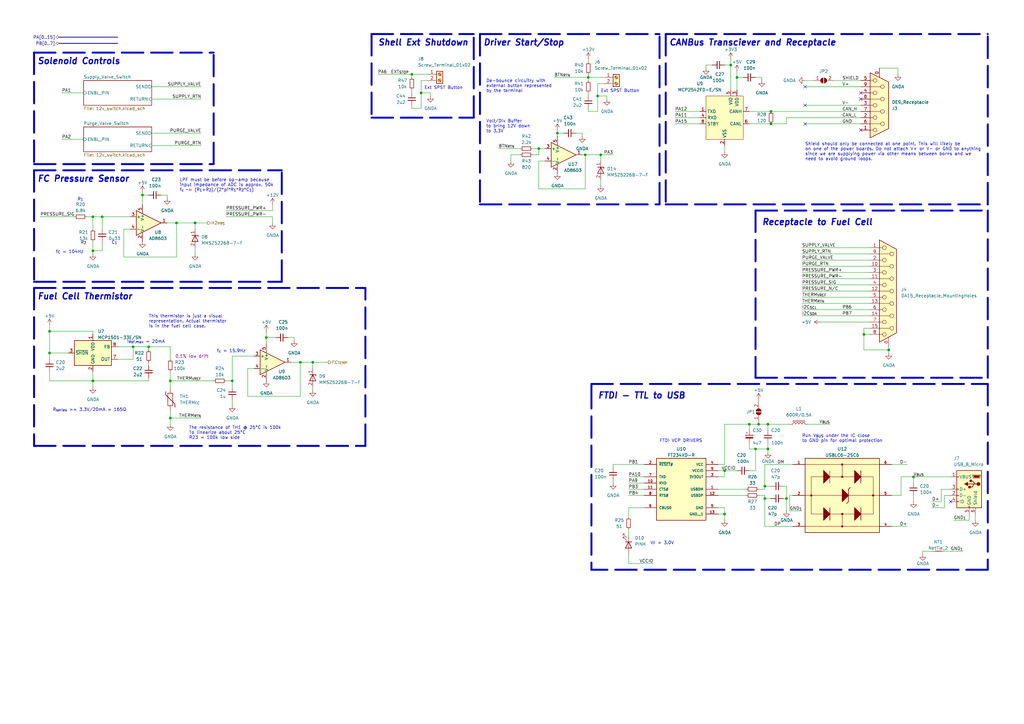
<source format=kicad_sch>
(kicad_sch (version 20231120) (generator "eeschema") (generator_version "8.0")
  (paper "A3")
  (junction (at 374.65 195.58))
  (junction (at 246.38 63.5))
  (junction (at 69.85 156.21))
  (junction (at 228.6 54.61))
  (junction (at 322.58 204.47))
  (junction (at 314.96 184.15))
  (junction (at 123.19 148.59))
  (junction (at 220.98 60.96))
  (junction (at 314.96 173.99))
  (junction (at 297.18 193.04))
  (junction (at 299.72 26.67))
  (junction (at 309.88 184.15))
  (junction (at 20.32 135.89))
  (junction (at 41.91 88.9))
  (junction (at 313.69 199.39))
  (junction (at 313.69 204.47))
  (junction (at 38.1 156.21))
  (junction (at 20.32 144.78))
  (junction (at 241.3 31.75))
  (junction (at 38.1 88.9))
  (junction (at 38.1 102.87))
  (junction (at 307.34 173.99))
  (junction (at 72.39 91.44))
  (junction (at 364.49 143.51))
  (junction (at 60.96 142.24))
  (junction (at 58.42 80.01))
  (junction (at 316.23 50.8))
  (junction (at 128.27 148.59))
  (junction (at 316.23 45.72))
  (junction (at 172.72 38.1))
  (junction (at 311.15 173.99))
  (junction (at 54.61 142.24))
  (junction (at 245.11 39.37))
  (junction (at 354.33 137.16))
  (junction (at 240.03 63.5))
  (junction (at 80.01 91.44))
  (junction (at 95.25 156.21))
  (junction (at 297.18 210.82))
  (junction (at 69.85 171.45))
  (junction (at 302.26 31.75))
  (junction (at 109.22 138.43))
  (junction (at 168.91 30.48))
  (no_connect (at 353.06 53.34))
  (no_connect (at 330.2 43.18))
  (no_connect (at 389.89 205.74))
  (no_connect (at 330.2 35.56))
  (no_connect (at 353.06 38.1))
  (no_connect (at 330.2 50.8))
  (no_connect (at 353.06 40.64))
  (wire (pts (xy 313.69 190.5) (xy 313.69 199.39)))
  (wire (pts (xy 314.96 176.53) (xy 314.96 173.99)))
  (wire (pts (xy 257.81 200.66) (xy 264.16 200.66)))
  (wire (pts (xy 60.96 142.24) (xy 69.85 142.24)))
  (wire (pts (xy 289.56 26.67) (xy 289.56 27.94)))
  (wire (pts (xy 128.27 151.13) (xy 128.27 148.59)))
  (polyline (pts (xy 152.4 48.26) (xy 194.31 48.26)) (stroke (width 0.8) (type dash)))
  (wire (pts (xy 241.3 38.1) (xy 241.3 39.37)))
  (wire (pts (xy 330.2 33.02) (xy 334.01 33.02)))
  (wire (pts (xy 311.15 173.99) (xy 314.96 173.99)))
  (wire (pts (xy 365.76 190.5) (xy 372.11 190.5)))
  (wire (pts (xy 302.26 31.75) (xy 302.26 36.83)))
  (wire (pts (xy 80.01 91.44) (xy 85.09 91.44)))
  (wire (pts (xy 307.34 184.15) (xy 309.88 184.15)))
  (wire (pts (xy 109.22 138.43) (xy 113.03 138.43)))
  (wire (pts (xy 400.05 210.82) (xy 400.05 213.36)))
  (wire (pts (xy 72.39 91.44) (xy 80.01 91.44)))
  (wire (pts (xy 80.01 101.6) (xy 80.01 104.14)))
  (wire (pts (xy 369.57 195.58) (xy 369.57 203.2)))
  (wire (pts (xy 251.46 196.85) (xy 251.46 198.12)))
  (wire (pts (xy 38.1 102.87) (xy 38.1 104.14)))
  (wire (pts (xy 228.6 54.61) (xy 231.14 54.61)))
  (wire (pts (xy 220.98 60.96) (xy 223.52 60.96)))
  (wire (pts (xy 341.63 33.02) (xy 353.06 33.02)))
  (wire (pts (xy 172.72 38.1) (xy 176.53 38.1)))
  (wire (pts (xy 209.55 63.5) (xy 209.55 66.04)))
  (wire (pts (xy 313.69 199.39) (xy 313.69 200.66)))
  (wire (pts (xy 294.64 195.58) (xy 297.18 195.58)))
  (polyline (pts (xy 194.31 48.26) (xy 194.31 13.97)) (stroke (width 0.8) (type dash)))
  (wire (pts (xy 168.91 43.18) (xy 168.91 44.45)))
  (wire (pts (xy 378.46 226.06) (xy 378.46 227.33)))
  (wire (pts (xy 328.93 114.3) (xy 356.87 114.3)))
  (polyline (pts (xy 270.51 83.82) (xy 270.51 13.97)) (stroke (width 0.8) (type dash)))
  (wire (pts (xy 276.86 48.26) (xy 287.02 48.26)))
  (wire (pts (xy 241.3 45.72) (xy 245.11 45.72)))
  (wire (pts (xy 313.69 199.39) (xy 316.23 199.39)))
  (wire (pts (xy 314.96 181.61) (xy 314.96 184.15)))
  (wire (pts (xy 365.76 215.9) (xy 372.11 215.9)))
  (wire (pts (xy 331.47 173.99) (xy 340.36 173.99)))
  (wire (pts (xy 316.23 50.8) (xy 322.58 50.8)))
  (wire (pts (xy 328.93 111.76) (xy 356.87 111.76)))
  (wire (pts (xy 387.35 226.06) (xy 394.97 226.06)))
  (wire (pts (xy 227.33 31.75) (xy 241.3 31.75)))
  (wire (pts (xy 58.42 78.74) (xy 58.42 80.01)))
  (wire (pts (xy 62.23 35.56) (xy 82.55 35.56)))
  (wire (pts (xy 72.39 91.44) (xy 68.58 91.44)))
  (wire (pts (xy 330.2 50.8) (xy 353.06 50.8)))
  (wire (pts (xy 101.6 151.13) (xy 104.14 151.13)))
  (wire (pts (xy 69.85 142.24) (xy 69.85 147.32)))
  (wire (pts (xy 311.15 200.66) (xy 313.69 200.66)))
  (wire (pts (xy 382.27 226.06) (xy 378.46 226.06)))
  (wire (pts (xy 276.86 50.8) (xy 287.02 50.8)))
  (wire (pts (xy 123.19 148.59) (xy 128.27 148.59)))
  (wire (pts (xy 257.81 231.14) (xy 267.97 231.14)))
  (wire (pts (xy 35.56 88.9) (xy 38.1 88.9)))
  (wire (pts (xy 313.69 215.9) (xy 325.12 215.9)))
  (wire (pts (xy 294.64 203.2) (xy 306.07 203.2)))
  (wire (pts (xy 328.93 124.46) (xy 356.87 124.46)))
  (wire (pts (xy 294.64 208.28) (xy 297.18 208.28)))
  (wire (pts (xy 95.25 166.37) (xy 95.25 163.83)))
  (wire (pts (xy 369.57 203.2) (xy 365.76 203.2)))
  (wire (pts (xy 118.11 138.43) (xy 120.65 138.43)))
  (wire (pts (xy 58.42 80.01) (xy 58.42 83.82)))
  (polyline (pts (xy 13.97 21.59) (xy 87.63 21.59)) (stroke (width 0.8) (type dash)))
  (wire (pts (xy 307.34 193.04) (xy 309.88 193.04)))
  (wire (pts (xy 62.23 40.64) (xy 82.55 40.64)))
  (wire (pts (xy 313.69 204.47) (xy 313.69 203.2)))
  (wire (pts (xy 109.22 138.43) (xy 109.22 140.97)))
  (wire (pts (xy 38.1 135.89) (xy 38.1 137.16)))
  (wire (pts (xy 20.32 135.89) (xy 38.1 135.89)))
  (wire (pts (xy 60.96 142.24) (xy 60.96 143.51)))
  (polyline (pts (xy 13.97 69.85) (xy 115.57 69.85)) (stroke (width 0.8) (type dash)))
  (wire (pts (xy 241.3 44.45) (xy 241.3 45.72)))
  (wire (pts (xy 25.4 57.15) (xy 34.29 57.15)))
  (wire (pts (xy 87.63 156.21) (xy 69.85 156.21)))
  (wire (pts (xy 323.85 203.2) (xy 325.12 203.2)))
  (wire (pts (xy 307.34 181.61) (xy 307.34 184.15)))
  (wire (pts (xy 50.8 105.41) (xy 72.39 105.41)))
  (wire (pts (xy 328.93 101.6) (xy 356.87 101.6)))
  (wire (pts (xy 294.64 210.82) (xy 297.18 210.82)))
  (wire (pts (xy 218.44 63.5) (xy 220.98 63.5)))
  (wire (pts (xy 246.38 63.5) (xy 251.46 63.5)))
  (wire (pts (xy 25.4 38.1) (xy 34.29 38.1)))
  (wire (pts (xy 297.18 193.04) (xy 297.18 195.58)))
  (wire (pts (xy 323.85 203.2) (xy 323.85 209.55)))
  (wire (pts (xy 297.18 210.82) (xy 297.18 213.36)))
  (wire (pts (xy 386.08 200.66) (xy 389.89 200.66)))
  (wire (pts (xy 322.58 50.8) (xy 322.58 48.26)))
  (polyline (pts (xy 115.57 115.57) (xy 115.57 69.85)) (stroke (width 0.8) (type dash)))
  (wire (pts (xy 38.1 156.21) (xy 38.1 158.75)))
  (wire (pts (xy 328.93 119.38) (xy 356.87 119.38)))
  (wire (pts (xy 228.6 54.61) (xy 228.6 55.88)))
  (wire (pts (xy 330.2 35.56) (xy 353.06 35.56)))
  (wire (pts (xy 257.81 217.17) (xy 257.81 219.71)))
  (polyline (pts (xy 196.85 83.82) (xy 270.51 83.82)) (stroke (width 0.8) (type dash)))
  (wire (pts (xy 60.96 156.21) (xy 60.96 154.94)))
  (wire (pts (xy 213.36 63.5) (xy 209.55 63.5)))
  (wire (pts (xy 354.33 134.62) (xy 354.33 137.16)))
  (polyline (pts (xy 152.4 13.97) (xy 194.31 13.97)) (stroke (width 0.8) (type dash)))
  (wire (pts (xy 246.38 63.5) (xy 246.38 66.04)))
  (bus (pts (xy 24.13 17.78) (xy 48.26 17.78)))
  (wire (pts (xy 228.6 53.34) (xy 228.6 54.61)))
  (wire (pts (xy 154.94 30.48) (xy 168.91 30.48)))
  (polyline (pts (xy 405.13 83.82) (xy 405.13 13.97)) (stroke (width 0.8) (type dash)))
  (polyline (pts (xy 196.85 13.97) (xy 196.85 83.82)) (stroke (width 0.8) (type dash)))
  (wire (pts (xy 168.91 30.48) (xy 168.91 31.75)))
  (wire (pts (xy 374.65 195.58) (xy 369.57 195.58)))
  (wire (pts (xy 299.72 26.67) (xy 299.72 36.83)))
  (wire (pts (xy 62.23 59.69) (xy 82.55 59.69)))
  (wire (pts (xy 307.34 45.72) (xy 316.23 45.72)))
  (wire (pts (xy 69.85 152.4) (xy 69.85 156.21)))
  (wire (pts (xy 389.89 203.2) (xy 387.35 203.2)))
  (wire (pts (xy 387.35 203.2) (xy 387.35 208.28)))
  (wire (pts (xy 220.98 66.04) (xy 220.98 77.47)))
  (wire (pts (xy 251.46 190.5) (xy 264.16 190.5)))
  (wire (pts (xy 276.86 45.72) (xy 287.02 45.72)))
  (wire (pts (xy 95.25 146.05) (xy 104.14 146.05)))
  (wire (pts (xy 312.42 31.75) (xy 312.42 33.02)))
  (wire (pts (xy 386.08 200.66) (xy 386.08 205.74)))
  (wire (pts (xy 95.25 156.21) (xy 92.71 156.21)))
  (wire (pts (xy 245.11 34.29) (xy 247.65 34.29)))
  (wire (pts (xy 176.53 38.1) (xy 176.53 39.37)))
  (wire (pts (xy 311.15 163.83) (xy 311.15 165.1)))
  (wire (pts (xy 48.26 147.32) (xy 54.61 147.32)))
  (wire (pts (xy 354.33 137.16) (xy 354.33 143.51)))
  (wire (pts (xy 66.04 80.01) (xy 68.58 80.01)))
  (polyline (pts (xy 405.13 233.68) (xy 242.57 233.68)) (stroke (width 0.8) (type dash)))
  (wire (pts (xy 120.65 138.43) (xy 120.65 139.7)))
  (wire (pts (xy 297.18 193.04) (xy 294.64 193.04)))
  (wire (pts (xy 218.44 60.96) (xy 220.98 60.96)))
  (wire (pts (xy 38.1 152.4) (xy 38.1 156.21)))
  (wire (pts (xy 328.93 116.84) (xy 356.87 116.84)))
  (polyline (pts (xy 242.57 157.48) (xy 405.13 157.48)) (stroke (width 0.8) (type dash)))
  (wire (pts (xy 58.42 80.01) (xy 60.96 80.01)))
  (wire (pts (xy 220.98 77.47) (xy 240.03 77.47)))
  (wire (pts (xy 128.27 160.02) (xy 128.27 158.75)))
  (polyline (pts (xy 13.97 118.11) (xy 13.97 182.88)) (stroke (width 0.8) (type dash)))
  (wire (pts (xy 20.32 152.4) (xy 20.32 156.21)))
  (wire (pts (xy 391.16 213.36) (xy 397.51 213.36)))
  (wire (pts (xy 328.93 109.22) (xy 356.87 109.22)))
  (polyline (pts (xy 273.05 13.97) (xy 405.13 13.97)) (stroke (width 0.8) (type dash)))
  (wire (pts (xy 330.2 43.18) (xy 353.06 43.18)))
  (wire (pts (xy 111.76 88.9) (xy 111.76 91.44)))
  (wire (pts (xy 41.91 99.06) (xy 41.91 102.87)))
  (wire (pts (xy 311.15 203.2) (xy 313.69 203.2)))
  (wire (pts (xy 323.85 209.55) (xy 328.93 209.55)))
  (wire (pts (xy 257.81 203.2) (xy 264.16 203.2)))
  (wire (pts (xy 328.93 104.14) (xy 356.87 104.14)))
  (wire (pts (xy 123.19 162.56) (xy 123.19 148.59)))
  (wire (pts (xy 172.72 33.02) (xy 172.72 38.1)))
  (wire (pts (xy 20.32 147.32) (xy 20.32 144.78)))
  (wire (pts (xy 204.47 60.96) (xy 213.36 60.96)))
  (wire (pts (xy 251.46 190.5) (xy 251.46 191.77)))
  (wire (pts (xy 312.42 31.75) (xy 309.88 31.75)))
  (polyline (pts (xy 309.88 86.36) (xy 309.88 154.94)) (stroke (width 0.8) (type dash)))
  (wire (pts (xy 68.58 80.01) (xy 68.58 81.28)))
  (wire (pts (xy 241.3 30.48) (xy 241.3 31.75)))
  (wire (pts (xy 53.34 93.98) (xy 50.8 93.98)))
  (polyline (pts (xy 13.97 69.85) (xy 13.97 115.57)) (stroke (width 0.8) (type dash)))
  (wire (pts (xy 297.18 208.28) (xy 297.18 210.82)))
  (wire (pts (xy 41.91 88.9) (xy 53.34 88.9)))
  (wire (pts (xy 248.92 39.37) (xy 248.92 40.64)))
  (wire (pts (xy 168.91 44.45) (xy 172.72 44.45)))
  (wire (pts (xy 238.76 54.61) (xy 238.76 55.88)))
  (wire (pts (xy 92.71 88.9) (xy 111.76 88.9)))
  (wire (pts (xy 16.51 88.9) (xy 30.48 88.9)))
  (wire (pts (xy 220.98 60.96) (xy 220.98 63.5)))
  (wire (pts (xy 80.01 91.44) (xy 80.01 93.98)))
  (wire (pts (xy 38.1 99.06) (xy 38.1 102.87)))
  (polyline (pts (xy 309.88 154.94) (xy 405.13 154.94)) (stroke (width 0.8) (type dash)))
  (wire (pts (xy 307.34 50.8) (xy 316.23 50.8)))
  (wire (pts (xy 109.22 135.89) (xy 109.22 138.43)))
  (wire (pts (xy 307.34 173.99) (xy 311.15 173.99)))
  (wire (pts (xy 41.91 102.87) (xy 38.1 102.87)))
  (wire (pts (xy 257.81 195.58) (xy 264.16 195.58)))
  (wire (pts (xy 316.23 45.72) (xy 353.06 45.72)))
  (wire (pts (xy 240.03 77.47) (xy 240.03 63.5)))
  (wire (pts (xy 314.96 185.42) (xy 314.96 184.15)))
  (wire (pts (xy 354.33 134.62) (xy 356.87 134.62)))
  (wire (pts (xy 354.33 137.16) (xy 356.87 137.16)))
  (polyline (pts (xy 13.97 21.59) (xy 13.97 67.31)) (stroke (width 0.8) (type dash)))
  (wire (pts (xy 69.85 171.45) (xy 69.85 173.99)))
  (polyline (pts (xy 87.63 67.31) (xy 87.63 21.59)) (stroke (width 0.8) (type dash)))
  (wire (pts (xy 297.18 173.99) (xy 297.18 190.5)))
  (wire (pts (xy 223.52 66.04) (xy 220.98 66.04)))
  (polyline (pts (xy 242.57 157.48) (xy 242.57 158.75)) (stroke (width 0.8) (type dash)))
  (wire (pts (xy 20.32 133.35) (xy 20.32 135.89)))
  (wire (pts (xy 368.3 27.94) (xy 368.3 30.48)))
  (wire (pts (xy 245.11 39.37) (xy 248.92 39.37)))
  (wire (pts (xy 397.51 210.82) (xy 397.51 213.36)))
  (wire (pts (xy 168.91 30.48) (xy 175.26 30.48)))
  (wire (pts (xy 241.3 24.13) (xy 241.3 25.4)))
  (wire (pts (xy 313.69 190.5) (xy 325.12 190.5)))
  (wire (pts (xy 386.08 205.74) (xy 382.27 205.74)))
  (wire (pts (xy 20.32 144.78) (xy 27.94 144.78)))
  (wire (pts (xy 257.81 227.33) (xy 257.81 231.14)))
  (wire (pts (xy 322.58 204.47) (xy 322.58 209.55)))
  (wire (pts (xy 354.33 143.51) (xy 364.49 143.51)))
  (wire (pts (xy 240.03 63.5) (xy 246.38 63.5)))
  (wire (pts (xy 297.18 59.69) (xy 297.18 62.23)))
  (wire (pts (xy 257.81 208.28) (xy 264.16 208.28)))
  (polyline (pts (xy 405.13 157.48) (xy 405.13 233.68)) (stroke (width 0.8) (type dash)))
  (wire (pts (xy 336.55 132.08) (xy 356.87 132.08)))
  (wire (pts (xy 245.11 39.37) (xy 245.11 45.72)))
  (wire (pts (xy 20.32 144.78) (xy 20.32 135.89)))
  (polyline (pts (xy 273.05 13.97) (xy 273.05 83.82)) (stroke (width 0.8) (type dash)))
  (wire (pts (xy 387.35 208.28) (xy 382.27 208.28)))
  (wire (pts (xy 95.25 156.21) (xy 95.25 158.75)))
  (wire (pts (xy 54.61 142.24) (xy 54.61 147.32)))
  (wire (pts (xy 309.88 193.04) (xy 309.88 184.15)))
  (wire (pts (xy 321.31 204.47) (xy 322.58 204.47)))
  (wire (pts (xy 69.85 171.45) (xy 82.55 171.45)))
  (polyline (pts (xy 13.97 67.31) (xy 87.63 67.31)) (stroke (width 0.8) (type dash)))
  (wire (pts (xy 123.19 148.59) (xy 119.38 148.59)))
  (bus (pts (xy 24.13 15.24) (xy 48.26 15.24)))
  (polyline (pts (xy 273.05 83.82) (xy 405.13 83.82)) (stroke (width 0.8) (type dash)))
  (wire (pts (xy 168.91 36.83) (xy 168.91 38.1)))
  (wire (pts (xy 322.58 48.26) (xy 353.06 48.26)))
  (wire (pts (xy 257.81 208.28) (xy 257.81 212.09)))
  (polyline (pts (xy 13.97 115.57) (xy 115.57 115.57)) (stroke (width 0.8) (type dash)))
  (wire (pts (xy 302.26 29.21) (xy 302.26 31.75)))
  (wire (pts (xy 297.18 26.67) (xy 299.72 26.67)))
  (wire (pts (xy 60.96 148.59) (xy 60.96 149.86)))
  (wire (pts (xy 297.18 193.04) (xy 302.26 193.04)))
  (wire (pts (xy 364.49 143.51) (xy 364.49 142.24)))
  (wire (pts (xy 294.64 200.66) (xy 306.07 200.66)))
  (wire (pts (xy 241.3 31.75) (xy 247.65 31.75)))
  (wire (pts (xy 240.03 63.5) (xy 238.76 63.5)))
  (wire (pts (xy 322.58 199.39) (xy 322.58 204.47)))
  (wire (pts (xy 38.1 88.9) (xy 41.91 88.9)))
  (wire (pts (xy 313.69 204.47) (xy 316.23 204.47)))
  (wire (pts (xy 172.72 33.02) (xy 175.26 33.02)))
  (wire (pts (xy 238.76 54.61) (xy 236.22 54.61)))
  (polyline (pts (xy 309.88 86.36) (xy 405.13 86.36)) (stroke (width 0.8) (type dash)))
  (wire (pts (xy 313.69 204.47) (xy 313.69 215.9)))
  (wire (pts (xy 299.72 24.13) (xy 299.72 26.67)))
  (wire (pts (xy 50.8 93.98) (xy 50.8 105.41)))
  (wire (pts (xy 292.1 26.67) (xy 289.56 26.67)))
  (wire (pts (xy 321.31 199.39) (xy 322.58 199.39)))
  (wire (pts (xy 328.93 127) (xy 356.87 127)))
  (wire (pts (xy 38.1 88.9) (xy 38.1 93.98)))
  (polyline (pts (xy 13.97 182.88) (xy 149.86 182.88)) (stroke (width 0.8) (type dash)))
  (wire (pts (xy 111.76 83.82) (xy 111.76 86.36)))
  (wire (pts (xy 69.85 168.91) (xy 69.85 171.45)))
  (wire (pts (xy 20.32 156.21) (xy 38.1 156.21)))
  (polyline (pts (xy 242.57 158.75) (xy 242.57 233.68)) (stroke (width 0.8) (type dash)))
  (wire (pts (xy 245.11 34.29) (xy 245.11 39.37)))
  (wire (pts (xy 62.23 54.61) (xy 82.55 54.61)))
  (wire (pts (xy 72.39 105.41) (xy 72.39 91.44)))
  (wire (pts (xy 241.3 31.75) (xy 241.3 33.02)))
  (wire (pts (xy 257.81 198.12) (xy 264.16 198.12)))
  (wire (pts (xy 101.6 162.56) (xy 123.19 162.56)))
  (wire (pts (xy 128.27 148.59) (xy 134.62 148.59)))
  (wire (pts (xy 294.64 190.5) (xy 297.18 190.5)))
  (wire (pts (xy 48.26 142.24) (xy 54.61 142.24)))
  (wire (pts (xy 92.71 86.36) (xy 111.76 86.36)))
  (polyline (pts (xy 405.13 154.94) (xy 405.13 86.36)) (stroke (width 0.8) (type dash)))
  (wire (pts (xy 328.93 106.68) (xy 356.87 106.68)))
  (wire (pts (xy 374.65 195.58) (xy 374.65 198.12)))
  (wire (pts (xy 364.49 143.51) (xy 364.49 144.78)))
  (wire (pts (xy 246.38 73.66) (xy 246.38 76.2)))
  (polyline (pts (xy 196.85 13.97) (xy 270.51 13.97)) (stroke (width 0.8) (type dash)))
  (wire (pts (xy 69.85 156.21) (xy 69.85 158.75)))
  (wire (pts (xy 389.89 195.58) (xy 374.65 195.58)))
  (polyline (pts (xy 149.86 182.88) (xy 149.86 118.11)) (stroke (width 0.8) (type dash)))
  (wire (pts (xy 101.6 162.56) (xy 101.6 151.13)))
  (wire (pts (xy 314.96 173.99) (xy 323.85 173.99)))
  (wire (pts (xy 328.93 129.54) (xy 356.87 129.54)))
  (wire (pts (xy 95.25 146.05) (xy 95.25 156.21)))
  (wire (pts (xy 41.91 88.9) (xy 41.91 93.98)))
  (wire (pts (xy 172.72 38.1) (xy 172.72 44.45)))
  (wire (pts (xy 302.26 31.75) (xy 304.8 31.75)))
  (wire (pts (xy 368.3 27.94) (xy 360.68 27.94)))
  (wire (pts (xy 374.65 203.2) (xy 374.65 205.74)))
  (wire (pts (xy 307.34 173.99) (xy 307.34 176.53)))
  (wire (pts (xy 328.93 121.92) (xy 356.87 121.92)))
  (wire (pts (xy 38.1 156.21) (xy 60.96 156.21)))
  (polyline (pts (xy 152.4 13.97) (xy 152.4 48.26)) (stroke (width 0.8) (type dash)))
  (wire (pts (xy 311.15 172.72) (xy 311.15 173.99)))
  (wire (pts (xy 297.18 173.99) (xy 307.34 173.99)))
  (wire (pts (xy 309.88 184.15) (xy 314.96 184.15)))
  (polyline (pts (xy 13.97 118.11) (xy 149.86 118.11)) (stroke (width 0.8) (type dash)))
  (wire (pts (xy 54.61 142.24) (xy 60.96 142.24)))
  (text "Ext SPST Button" (at 246.38 38.1 0) (effects (font (size 1.27 1.27)) (justify left bottom)))
  (text "f_{c} = 15.9Hz" (at 88.9 144.78 0) (effects (font (size 1.27 1.27)) (justify left bottom)))
  (text "Volt/Div Buffer\nto bring 12V down\nto 3.3V" (at 199.39 54.61 0) (effects (font (size 1.27 1.27)) (justify left bottom)))
  (text "This thermistor is just a visual\nrepresentation. Actual thermistor\nis in the fuel cell case." (at 60.96 134.62 0) (effects (font (size 1.27 1.27)) (justify left bottom)))
  (text "FC Pressure Sensor" (at 15.24 74.93 0) (effects (font (size 2.5 2.5) (thickness 0.5) (bold yes) (italic yes)) (justify left bottom)))
  (text "CANBus Transciever and Receptacle" (at 274.32 19.05 0) (effects (font (size 2.5 2.5) (thickness 0.5) (bold yes) (italic yes)) (justify left bottom)))
  (text "Run V_{BUS} under the IC close\nto GND pin for optimal protection" (at 328.93 181.61 0) (effects (font (size 1.27 1.27)) (justify left bottom)))
  (text "V_{F} = 3.0V" (at 266.7 223.52 0) (effects (font (size 1.27 1.27)) (justify left bottom)))
  (text "I_{Ref,max} = 20mA" (at 52.07 140.97 0) (effects (font (size 1.27 1.27)) (justify left bottom)))
  (text "The resistance of TH1 @ 25°C is 100k\nTo linearize about 25°C\nR23 = ${72cd9925-16f5-4224-9154-4bbf866d9118:VALUE} low side" (at 77.47 180.34 0) (effects (font (size 1.27 1.27)) (justify left bottom)))
  (text "FTDI - TTL to USB" (at 245.11 163.83 0) (effects (font (size 2.5 2.5) (thickness 0.5) (bold yes) (italic yes)) (justify left bottom)))
  (text "De-bounce circuitry with\nexternal button represented\nby the terminal" (at 199.39 38.1 0) (effects (font (size 1.27 1.27)) (justify left bottom)))
  (text "LPF must be before op-amp because \ninput impedance of ADC is approx. 50k\nf_{c} ~= (R_{1}+R_{2})/(2*pi*R_{1}*R_{2}*C_{1})" (at 73.66 78.74 0) (effects (font (size 1.27 1.27)) (justify left bottom)))
  (text "Ext SPST Button" (at 173.99 36.83 0) (effects (font (size 1.27 1.27)) (justify left bottom)))
  (text "C_{1}" (at 45.72 100.33 0) (effects (font (size 1.27 1.27)) (justify left bottom)))
  (text "FTDI VCP DRIVERS" (at 270.51 181.61 0) (effects (font (size 1.27 1.27)) (justify left bottom)))
  (text "R_{1}" (at 31.75 82.55 0) (effects (font (size 1.27 1.27)) (justify left bottom)))
  (text "R_{series} >= 3.3V/20mA = 165Ω" (at 21.59 168.91 0) (effects (font (size 1.27 1.27)) (justify left bottom)))
  (text "Shell Ext Shutdown" (at 154.94 19.05 0) (effects (font (size 2.5 2.5) (thickness 0.5) (bold yes) (italic yes)) (justify left bottom)))
  (text "Receptacle to Fuel Cell" (at 312.42 92.71 0) (effects (font (size 2.5 2.5) (thickness 0.5) (bold yes) (italic yes)) (justify left bottom)))
  (text "Shield should only be connected at one point. This will likely be\non one of the power boards. Do not attach V+ or V- or GND to anything\nsince we are supplying power via other means between borns and we \nneed to avoid ground loops." (at 330.2 66.04 0) (effects (font (size 1.27 1.27)) (justify left bottom)))
  (text "f_{C} = 104Hz" (at 22.86 104.14 0) (effects (font (size 1.27 1.27)) (justify left bottom)))
  (text "Solenoid Controls" (at 15.24 26.67 0) (effects (font (size 2.5 2.5) (thickness 0.5) (bold yes) (italic yes)) (justify left bottom)))
  (text "Driver Start/Stop" (at 198.12 19.05 0) (effects (font (size 2.5 2.5) (thickness 0.5) (bold yes) (italic yes)) (justify left bottom)))
  (text "Fuel Cell Thermistor" (at 15.24 123.19 0) (effects (font (size 2.5 2.5) (thickness 0.5) (bold yes) (italic yes)) (justify left bottom)))
  (text "R_{2}" (at 33.02 100.33 0) (effects (font (size 1.27 1.27)) (justify left bottom)))
  (label "PRESSURE_PWR+" (at 328.93 111.76 0))
  (label "GND_{1}" (at 391.16 213.36 0))
  (label "PB4" (at 257.81 203.2 0))
  (label "CAN_H" (at 345.44 45.72 0))
  (label "PA9" (at 257.81 198.12 0))
  (label "PRESSURE_N{slash}C" (at 328.93 119.38 0))
  (label "D+" (at 372.11 215.9 180))
  (label "SUPPLY_RTN" (at 82.55 40.64 180))
  (label "DM" (at 318.77 190.5 0))
  (label "DP" (at 317.5 215.9 0))
  (label "V+" (at 345.44 35.56 0))
  (label "D-" (at 372.11 190.5 180))
  (label "V_{BUS}" (at 340.36 173.99 180))
  (label "PRESSURE_PWR+" (at 92.71 86.36 0))
  (label "PURGE_RTN" (at 328.93 109.22 0))
  (label "THERM_{RTN}" (at 328.93 124.46 0))
  (label "THERM_{RTN}" (at 82.55 171.45 180))
  (label "BTN_{RTN}" (at 204.47 60.96 0))
  (label "V-" (at 345.44 43.18 0))
  (label "PB1" (at 257.81 190.5 0))
  (label "PURGE_VALVE" (at 328.93 106.68 0))
  (label "PRESSURE_SIG" (at 16.51 88.9 0))
  (label "CAN_L" (at 345.44 48.26 0))
  (label "PURGE_VALVE" (at 82.55 54.61 180))
  (label "PRESSURE_PWR-" (at 328.93 114.3 0))
  (label "PA1" (at 25.4 38.1 0))
  (label "GND" (at 345.44 50.8 0))
  (label "D-" (at 382.27 208.28 0))
  (label "PA15" (at 276.86 50.8 0))
  (label "PRESSURE_PWR-" (at 92.71 88.9 0))
  (label "I2C_{SCL}" (at 328.93 127 0))
  (label "PA2" (at 25.4 57.15 0))
  (label "SUPPLY_RTN" (at 328.93 104.14 0))
  (label "SUPPLY_VALVE" (at 82.55 35.56 180))
  (label "THERM_{VREF}" (at 82.55 156.21 180))
  (label "V_{BUS}" (at 374.65 195.58 0))
  (label "THERM_{VREF}" (at 328.93 121.92 0))
  (label "VCCIO" (at 295.91 193.04 0))
  (label "PA6" (at 154.94 30.48 0))
  (label "PA11" (at 276.86 48.26 0))
  (label "PURGE_RTN" (at 82.55 59.69 180))
  (label "SUPPLY_VALVE" (at 328.93 101.6 0))
  (label "PRESSURE_SIG" (at 328.93 116.84 0))
  (label "VCCIO" (at 267.97 231.14 180))
  (label "PB6" (at 345.44 127 0))
  (label "PB3" (at 257.81 200.66 0))
  (label "SHIELD" (at 345.44 33.02 0))
  (label "PA10" (at 257.81 195.58 0))
  (label "GND_{1}" (at 394.97 226.06 180))
  (label "PA12" (at 276.86 45.72 0))
  (label "PA3" (at 251.46 63.5 180))
  (label "GND_{1}" (at 328.93 209.55 180))
  (label "PB7" (at 345.44 129.54 0))
  (label "D+" (at 382.27 205.74 0))
  (label "BTN_{RTN}" (at 227.33 31.75 0))
  (label "EXT_{STOP}" (at 167.64 30.48 180))
  (label "I2C_{SDA}" (at 328.93 129.54 0))
  (hierarchical_label "H2_{PRS}" (shape output) (at 85.09 91.44 0))
  (hierarchical_label "PA[0..15]" (shape bidirectional) (at 24.13 15.24 180))
  (hierarchical_label "PB[0..7]" (shape bidirectional) (at 24.13 17.78 180))
  (hierarchical_label "FC_{TEMP}" (shape output) (at 134.62 148.59 0))
  (symbol (lib_id "power:GNDA") (at 228.6 71.12 0) (mirror y) (unit 1)
    (property "Reference" "#PWR023" (effects (hide yes)))
    (property "Value" "GNDA" (at 226.06 76.2 0) (effects (justify right)))
    (instances (project "Relay_Board_Lucy_V1" (path "" (reference "#PWR025") (unit 1)) (path "" (reference "#PWR066") (unit 1)) (path "" (reference "#PWR028") (unit 1)) (path "" (reference "#PWR023") (unit 1)) (path "" (reference "#PWR065") (unit 1)) (path "" (reference "#PWR05") (unit 1))) (project "Fuel_Cell_Controller_Prototype" (path "" (reference "#PWR078") (unit 1))))
  )
  (symbol (lib_id "Device:C_Small") (at 20.32 149.86 0) (mirror y) (unit 1)
    (property "Reference" "C20" (at 22.86 148.59 0) (effects (justify right)))
    (property "Value" "2u2" (at 22.86 151.13 0) (effects (justify right)))
    (property "Footprint" "Capacitor_SMD:C_0603_1608Metric" (effects (hide yes)))
    (property "Part#" "C23630" (effects (hide yes)))
  )
  (symbol (lib_id "Device:C_Small") (at 251.46 194.31 180) (unit 1)
    (property "Reference" "C20" (at 247.65 193.04 0) (effects (justify left)))
    (property "Value" "100n" (at 243.84 195.58 0) (effects (justify right)))
    (property "Footprint" "Capacitor_SMD:C_0603_1608Metric" (effects (hide yes)))
    (property "Datasheet" "https://datasheet.lcsc.com/lcsc/2304140030_FH--Guangdong-Fenghua-Advanced-Tech-0603B104K101NT_C88219.pdf" (effects (hide yes)))
    (property "Part#" "C14663" (effects (hide yes)))
    (instances (project "Relay_Board_Lucy_V1" (path "" (reference "C20") (unit 1))) (project "Fuel_Cell_Controller_Prototype" (path "" (reference "C26") (unit 1))))
  )
  (symbol (lib_id "power:GNDA") (at 38.1 158.75 0) (mirror y) (unit 1)
    (property "Reference" "#PWR023" (effects (hide yes)))
    (property "Value" "GNDA" (at 35.56 163.83 0) (effects (justify right)))
    (instances (project "Relay_Board_Lucy_V1" (path "" (reference "#PWR025") (unit 1)) (path "" (reference "#PWR066") (unit 1)) (path "" (reference "#PWR028") (unit 1)) (path "" (reference "#PWR023") (unit 1)) (path "" (reference "#PWR065") (unit 1)) (path "" (reference "#PWR05") (unit 1))) (project "Fuel_Cell_Controller_Prototype" (path "" (reference "#PWR043") (unit 1))))
  )
  (symbol (lib_id "FCC_Parts:MMSZ5226B-7-F") (at 128.27 154.94 270) (unit 1)
    (property "Reference" "D9" (at 130.81 154.305 90) (effects (justify left)))
    (property "Value" "MMSZ5226B-7-F" (at 130.81 156.845 90) (effects (justify left)))
    (property "Footprint" "FC.FTP:D_SOD_123_M" (effects (hide yes)))
    (property "Datasheet" "https://www.diodes.com/assets/Datasheets/ds18010.pdf" (effects (hide yes)))
    (property "Part#" "C155250" (effects (hide yes)))
  )
  (symbol (lib_id "Jumper:SolderJumper_2_Open") (at 337.82 33.02 0) (mirror x) (unit 1)
    (property "Reference" "JP2" (at 337.82 29.21 0))
    (property "Value" "SolderJumper_2_Open" (effects (hide yes)))
    (property "Footprint" "Jumper:SolderJumper-2_P1.3mm_Open_RoundedPad1.0x1.5mm" (effects (hide yes)))
    (property "Part#" "N/A" (effects (hide yes)))
  )
  (symbol (lib_id "power:+5V") (at 58.42 78.74 0) (unit 1)
    (property "Reference" "#PWR033" (effects (hide yes)))
    (property "Value" "+5V" (at 58.42 74.93 0))
  )
  (symbol (lib_id "power:GNDA") (at 111.76 91.44 0) (mirror y) (unit 1)
    (property "Reference" "#PWR023" (effects (hide yes)))
    (property "Value" "GNDA" (at 109.22 96.52 0) (effects (justify right)))
    (instances (project "Relay_Board_Lucy_V1" (path "" (reference "#PWR025") (unit 1)) (path "" (reference "#PWR066") (unit 1)) (path "" (reference "#PWR028") (unit 1)) (path "" (reference "#PWR023") (unit 1)) (path "" (reference "#PWR065") (unit 1)) (path "" (reference "#PWR05") (unit 1))) (project "Fuel_Cell_Controller_Prototype" (path "" (reference "#PWR036") (unit 1))))
  )
  (symbol (lib_id "Device:R_Small") (at 215.9 60.96 270) (unit 1)
    (property "Reference" "R42" (at 215.9 55.88 90))
    (property "Value" "2.2k" (at 215.9 58.42 90))
    (property "Footprint" "Resistor_SMD:R_0603_1608Metric" (effects (hide yes)))
    (property "Part#" "C4190" (effects (hide yes)))
  )
  (symbol (lib_id "FCC_Parts:USBLC6-2SC6") (at 345.44 203.2 0) (unit 1)
    (property "Reference" "U12" (at 345.44 184.15 0))
    (property "Value" "USBLC6-2SC6" (at 345.44 186.69 0))
    (property "Footprint" "FC.FTP:USBLC6-2SC6" (effects (hide yes)))
    (property "Datasheet" "https://www.st.com/content/ccc/resource/technical/document/datasheet/06/1d/48/9c/6c/20/4a/b2/CD00050750.pdf/files/CD00050750.pdf/jcr:content/translations/en.CD00050750.pdf" (effects (hide yes)))
    (property "Part#" "C2687116" (effects (hide yes)))
  )
  (symbol (lib_id "power:GNDA") (at 400.05 213.36 0) (mirror y) (unit 1)
    (property "Reference" "#PWR023" (effects (hide yes)))
    (property "Value" "GNDA" (at 397.51 218.44 0) (effects (justify right)))
    (instances (project "Relay_Board_Lucy_V1" (path "" (reference "#PWR025") (unit 1)) (path "" (reference "#PWR066") (unit 1)) (path "" (reference "#PWR028") (unit 1)) (path "" (reference "#PWR023") (unit 1)) (path "" (reference "#PWR065") (unit 1)) (path "" (reference "#PWR05") (unit 1))) (project "Fuel_Cell_Controller_Prototype" (path "" (reference "#PWR052") (unit 1))))
  )
  (symbol (lib_id "Device:C_Small") (at 304.8 193.04 90) (unit 1)
    (property "Reference" "C20" (at 306.07 186.69 90) (effects (justify left)))
    (property "Value" "100n" (at 302.26 189.23 90) (effects (justify right)))
    (property "Footprint" "Capacitor_SMD:C_0603_1608Metric" (effects (hide yes)))
    (property "Datasheet" "https://datasheet.lcsc.com/lcsc/2304140030_FH--Guangdong-Fenghua-Advanced-Tech-0603B104K101NT_C88219.pdf" (effects (hide yes)))
    (property "Part#" "C14663" (effects (hide yes)))
    (instances (project "Relay_Board_Lucy_V1" (path "" (reference "C20") (unit 1))) (project "Fuel_Cell_Controller_Prototype" (path "" (reference "C28") (unit 1))))
  )
  (symbol (lib_id "power:GNDA") (at 251.46 198.12 0) (mirror y) (unit 1)
    (property "Reference" "#PWR023" (effects (hide yes)))
    (property "Value" "GNDA" (at 248.92 203.2 0) (effects (justify right)))
    (instances (project "Relay_Board_Lucy_V1" (path "" (reference "#PWR025") (unit 1)) (path "" (reference "#PWR066") (unit 1)) (path "" (reference "#PWR028") (unit 1)) (path "" (reference "#PWR023") (unit 1)) (path "" (reference "#PWR065") (unit 1)) (path "" (reference "#PWR05") (unit 1))) (project "Fuel_Cell_Controller_Prototype" (path "" (reference "#PWR044") (unit 1))))
  )
  (symbol (lib_id "Connector:Screw_Terminal_01x02") (at 180.34 30.48 0) (unit 1)
    (property "Reference" "J8" (at 171.45 24.13 0) (effects (justify left)))
    (property "Value" "Screw_Terminal_01x02" (at 171.45 26.67 0) (effects (justify left)))
    (property "Footprint" "TerminalBlock_Phoenix:TerminalBlock_Phoenix_MKDS-1,5-2-5.08_1x02_P5.08mm_Horizontal" (effects (hide yes)))
    (property "Part#" "277-1247-ND" (effects (hide yes)))
  )
  (symbol (lib_id "Connector:DE9_Receptacle_MountingHoles") (at 360.68 43.18 0) (mirror x) (unit 1)
    (property "Reference" "J3" (at 365.76 44.45 0) (effects (justify left)))
    (property "Value" "DE9_Receptacle" (at 365.76 41.91 0) (effects (justify left)))
    (property "Footprint" "Connector_Dsub:DSUB-9_Female_Horizontal_P2.77x2.84mm_EdgePinOffset7.70mm_Housed_MountingHolesOffset9.12mm" (effects (hide yes)))
    (property "Datasheet" " ~" (effects (hide yes)))
    (property "Part#" "C141882" (effects (hide yes)))
  )
  (symbol (lib_id "power:GNDA") (at 246.38 76.2 0) (mirror y) (unit 1)
    (property "Reference" "#PWR023" (effects (hide yes)))
    (property "Value" "GNDA" (at 243.84 81.28 0) (effects (justify right)))
    (instances (project "Relay_Board_Lucy_V1" (path "" (reference "#PWR025") (unit 1)) (path "" (reference "#PWR066") (unit 1)) (path "" (reference "#PWR028") (unit 1)) (path "" (reference "#PWR023") (unit 1)) (path "" (reference "#PWR065") (unit 1)) (path "" (reference "#PWR05") (unit 1))) (project "Fuel_Cell_Controller_Prototype" (path "" (reference "#PWR089") (unit 1))))
  )
  (symbol (lib_id "power:GNDA") (at 68.58 81.28 0) (mirror y) (unit 1)
    (property "Reference" "#PWR023" (effects (hide yes)))
    (property "Value" "GNDA" (at 66.04 86.36 0) (effects (justify right)))
    (instances (project "Relay_Board_Lucy_V1" (path "" (reference "#PWR025") (unit 1)) (path "" (reference "#PWR066") (unit 1)) (path "" (reference "#PWR028") (unit 1)) (path "" (reference "#PWR023") (unit 1)) (path "" (reference "#PWR065") (unit 1)) (path "" (reference "#PWR05") (unit 1))) (project "Fuel_Cell_Controller_Prototype" (path "" (reference "#PWR035") (unit 1))))
  )
  (symbol (lib_id "power:GNDA") (at 248.92 40.64 0) (mirror y) (unit 1)
    (property "Reference" "#PWR023" (effects (hide yes)))
    (property "Value" "GNDA" (at 246.38 45.72 0) (effects (justify right)))
    (instances (project "Relay_Board_Lucy_V1" (path "" (reference "#PWR025") (unit 1)) (path "" (reference "#PWR066") (unit 1)) (path "" (reference "#PWR028") (unit 1)) (path "" (reference "#PWR023") (unit 1)) (path "" (reference "#PWR065") (unit 1)) (path "" (reference "#PWR05") (unit 1))) (project "Fuel_Cell_Controller_Prototype" (path "" (reference "#PWR083") (unit 1))))
  )
  (symbol (lib_id "FCC_Parts:MMSZ5226B-7-F") (at 80.01 97.79 270) (unit 1)
    (property "Reference" "D8" (at 82.55 97.155 90) (effects (justify left)))
    (property "Value" "MMSZ5226B-7-F" (at 82.55 99.695 90) (effects (justify left)))
    (property "Footprint" "FC.FTP:D_SOD_123_M" (effects (hide yes)))
    (property "Datasheet" "https://www.diodes.com/assets/Datasheets/ds18010.pdf" (effects (hide yes)))
    (property "Part#" "C155250" (effects (hide yes)))
  )
  (symbol (lib_id "Amplifier_Operational:AD8603") (at 60.96 91.44 0) (unit 1)
    (property "Reference" "U8" (at 64.77 95.25 0))
    (property "Value" "AD8603" (at 64.77 97.79 0))
    (property "Footprint" "Package_TO_SOT_SMD:TSOT-23-5" (effects (hide yes)))
    (property "Datasheet" "https://www.analog.com/media/en/technical-documentation/data-sheets/AD8603_8607_8609.pdf" (effects (hide yes)))
    (property "Part#" "C578770" (effects (hide yes)))
  )
  (symbol (lib_id "Device:C_Polarized_Small") (at 307.34 179.07 0) (unit 1)
    (property "Reference" "C30" (at 308.61 176.53 0) (effects (justify left)))
    (property "Value" "4u7" (at 308.61 181.61 0) (effects (justify left)))
    (property "Footprint" "Capacitor_SMD:CP_Elec_3x5.3" (effects (hide yes)))
  )
  (symbol (lib_id "Amplifier_Operational:AD8603") (at 231.14 63.5 0) (unit 1)
    (property "Reference" "U17" (at 234.95 67.31 0))
    (property "Value" "AD8603" (at 234.95 69.85 0))
    (property "Footprint" "Package_TO_SOT_SMD:TSOT-23-5" (effects (hide yes)))
    (property "Datasheet" "https://www.analog.com/media/en/technical-documentation/data-sheets/AD8603_8607_8609.pdf" (effects (hide yes)))
    (property "Part#" "C578770" (effects (hide yes)))
  )
  (symbol (lib_id "power:+5V") (at 228.6 53.34 0) (unit 1)
    (property "Reference" "#PWR081" (effects (hide yes)))
    (property "Value" "+5V" (at 228.6 49.53 0))
  )
  (symbol (lib_id "Device:C_Small") (at 318.77 199.39 90) (unit 1)
    (property "Reference" "C20" (at 320.04 193.04 90) (effects (justify left)))
    (property "Value" "47p" (at 316.23 195.58 90) (effects (justify right)))
    (property "Footprint" "Capacitor_SMD:C_0402_1005Metric" (effects (hide yes)))
    (property "Datasheet" "https://datasheet.lcsc.com/lcsc/2304140030_FH--Guangdong-Fenghua-Advanced-Tech-0603B104K101NT_C88219.pdf" (effects (hide yes)))
    (property "Part#" "C1567" (effects (hide yes)))
    (instances (project "Relay_Board_Lucy_V1" (path "" (reference "C20") (unit 1))) (project "Fuel_Cell_Controller_Prototype" (path "" (reference "C33") (unit 1))))
  )
  (symbol (lib_id "Device:C_Small") (at 241.3 41.91 0) (unit 1)
    (property "Reference" "C41" (at 238.76 40.64 0) (effects (justify right)))
    (property "Value" "2u2" (at 238.76 43.18 0) (effects (justify right)))
    (property "Footprint" "Capacitor_SMD:C_0603_1608Metric" (effects (hide yes)))
    (property "Part#" "C23630" (effects (hide yes)))
  )
  (symbol (lib_id "Device:C_Small") (at 95.25 161.29 0) (unit 1)
    (property "Reference" "C24" (at 92.71 160.02 0) (effects (justify right)))
    (property "Value" "1u" (at 92.71 162.56 0) (effects (justify right)))
    (property "Footprint" "Capacitor_SMD:C_0603_1608Metric" (effects (hide yes)))
    (property "Part#" "C15849" (effects (hide yes)))
  )
  (symbol (lib_id "Device:C_Small") (at 314.96 179.07 0) (unit 1)
    (property "Reference" "C20" (at 316.23 176.53 0) (effects (justify left)))
    (property "Value" "100n" (at 321.31 181.61 0) (effects (justify right)))
    (property "Footprint" "Capacitor_SMD:C_0603_1608Metric" (effects (hide yes)))
    (property "Datasheet" "https://datasheet.lcsc.com/lcsc/2304140030_FH--Guangdong-Fenghua-Advanced-Tech-0603B104K101NT_C88219.pdf" (effects (hide yes)))
    (property "Part#" "C14663" (effects (hide yes)))
    (instances (project "Relay_Board_Lucy_V1" (path "" (reference "C20") (unit 1))) (project "Fuel_Cell_Controller_Prototype" (path "" (reference "C31") (unit 1))))
  )
  (symbol (lib_id "power:GNDA") (at 120.65 139.7 0) (mirror y) (unit 1)
    (property "Reference" "#PWR023" (effects (hide yes)))
    (property "Value" "GNDA" (at 118.11 144.78 0) (effects (justify right)))
    (instances (project "Relay_Board_Lucy_V1" (path "" (reference "#PWR025") (unit 1)) (path "" (reference "#PWR066") (unit 1)) (path "" (reference "#PWR028") (unit 1)) (path "" (reference "#PWR023") (unit 1)) (path "" (reference "#PWR065") (unit 1)) (path "" (reference "#PWR05") (unit 1))) (project "Fuel_Cell_Controller_Prototype" (path "" (reference "#PWR037") (unit 1))))
  )
  (symbol (lib_id "Device:C_Small") (at 233.68 54.61 270) (unit 1)
    (property "Reference" "C43" (at 234.95 48.26 90) (effects (justify right)))
    (property "Value" "100n" (at 236.22 50.8 90) (effects (justify right)))
    (property "Footprint" "Capacitor_SMD:C_0603_1608Metric" (effects (hide yes)))
    (property "Part#" "C14663" (effects (hide yes)))
  )
  (symbol (lib_id "power:GNDA") (at 312.42 33.02 0) (mirror y) (unit 1)
    (property "Reference" "#PWR023" (effects (hide yes)))
    (property "Value" "GNDA" (at 309.88 38.1 0) (effects (justify right)))
    (instances (project "Relay_Board_Lucy_V1" (path "" (reference "#PWR025") (unit 1)) (path "" (reference "#PWR066") (unit 1)) (path "" (reference "#PWR028") (unit 1)) (path "" (reference "#PWR023") (unit 1)) (path "" (reference "#PWR065") (unit 1)) (path "" (reference "#PWR05") (unit 1))) (project "Fuel_Cell_Controller_Prototype" (path "" (reference "#PWR057") (unit 1))))
  )
  (symbol (lib_id "power:GNDA") (at 128.27 160.02 0) (mirror y) (unit 1)
    (property "Reference" "#PWR023" (effects (hide yes)))
    (property "Value" "GNDA" (at 125.73 165.1 0) (effects (justify right)))
    (instances (project "Relay_Board_Lucy_V1" (path "" (reference "#PWR025") (unit 1)) (path "" (reference "#PWR066") (unit 1)) (path "" (reference "#PWR028") (unit 1)) (path "" (reference "#PWR023") (unit 1)) (path "" (reference "#PWR065") (unit 1)) (path "" (reference "#PWR05") (unit 1))) (project "Fuel_Cell_Controller_Prototype" (path "" (reference "#PWR038") (unit 1))))
  )
  (symbol (lib_id "Device:R_Small") (at 316.23 48.26 180) (unit 1)
    (property "Reference" "R28" (at 312.42 46.99 0))
    (property "Value" "120" (at 312.42 49.53 0))
    (property "Footprint" "Resistor_SMD:R_0603_1608Metric" (effects (hide yes)))
    (property "Part#" "C22787" (effects (hide yes)))
  )
  (symbol (lib_id "power:+3V3") (at 299.72 24.13 0) (unit 1)
    (property "Reference" "#PWR047" (effects (hide yes)))
    (property "Value" "+3V3" (at 299.72 20.32 0))
  )
  (symbol (lib_id "Device:C_Small") (at 60.96 152.4 0) (unit 1)
    (property "Reference" "C22" (at 58.42 151.13 0) (effects (justify right)))
    (property "Value" "2u2" (at 58.42 153.67 0) (effects (justify right)))
    (property "Footprint" "Capacitor_SMD:C_0603_1608Metric" (effects (hide yes)))
    (property "Part#" "C23630" (effects (hide yes)))
  )
  (symbol (lib_id "Device:C_Small") (at 41.91 96.52 0) (mirror y) (unit 1)
    (property "Reference" "C21" (at 44.45 95.25 0) (effects (justify right)))
    (property "Value" "0u33" (at 44.45 97.79 0) (effects (justify right)))
    (property "Footprint" "Capacitor_SMD:C_0603_1608Metric" (effects (hide yes)))
    (property "Part#" "C1615" (effects (hide yes)))
  )
  (symbol (lib_id "power:GNDA") (at 364.49 144.78 0) (mirror y) (unit 1)
    (property "Reference" "#PWR023" (effects (hide yes)))
    (property "Value" "GNDA" (at 361.95 149.86 0) (effects (justify right)))
    (instances (project "Relay_Board_Lucy_V1" (path "" (reference "#PWR025") (unit 1)) (path "" (reference "#PWR066") (unit 1)) (path "" (reference "#PWR028") (unit 1)) (path "" (reference "#PWR023") (unit 1)) (path "" (reference "#PWR065") (unit 1)) (path "" (reference "#PWR05") (unit 1))) (project "Fuel_Cell_Controller_Prototype" (path "" (reference "#PWR053") (unit 1))))
  )
  (symbol (lib_id "Device:R_Small") (at 168.91 34.29 0) (unit 1)
    (property "Reference" "R47" (at 165.1 33.02 0))
    (property "Value" "10k" (at 165.1 35.56 0))
    (property "Footprint" "Resistor_SMD:R_0603_1608Metric" (effects (hide yes)))
    (property "Datasheet" "https://datasheet.lcsc.com/lcsc/2206010045_UNI-ROYAL-Uniroyal-Elec-0603WAF1002T5E_C25804.pdf" (effects (hide yes)))
    (property "Part#" "C25804" (effects (hide yes)))
  )
  (symbol (lib_id "power:GNDA") (at 209.55 66.04 0) (mirror y) (unit 1)
    (property "Reference" "#PWR023" (effects (hide yes)))
    (property "Value" "GNDA" (at 207.01 71.12 0) (effects (justify right)))
    (instances (project "Relay_Board_Lucy_V1" (path "" (reference "#PWR025") (unit 1)) (path "" (reference "#PWR066") (unit 1)) (path "" (reference "#PWR028") (unit 1)) (path "" (reference "#PWR023") (unit 1)) (path "" (reference "#PWR065") (unit 1)) (path "" (reference "#PWR05") (unit 1))) (project "Fuel_Cell_Controller_Prototype" (path "" (reference "#PWR080") (unit 1))))
  )
  (symbol (lib_id "Device:R_Small") (at 69.85 149.86 0) (mirror y) (unit 1)
    (property "Reference" "R23" (at 73.66 148.59 0))
    (property "Value" "100k" (at 73.66 151.13 0))
    (property "Footprint" "Resistor_SMD:R_0603_1608Metric" (effects (hide yes)))
    (property "Desc" "0.1% low drift" (at 78.74 146.05 0))
    (property "Part#" "C25803" (effects (hide yes)))
  )
  (symbol (lib_id "power:+5V") (at 20.32 133.35 0) (unit 1)
    (property "Reference" "#PWR030" (effects (hide yes)))
    (property "Value" "+5V" (at 20.32 129.54 0))
  )
  (symbol (lib_id "Connector:DA15_Receptacle_MountingHoles") (at 364.49 119.38 0) (unit 1)
    (property "Reference" "J4" (at 369.57 118.745 0) (effects (justify left)))
    (property "Value" "DA15_Receptacle_MountingHoles" (at 369.57 121.285 0) (effects (justify left)))
    (property "Footprint" "Connector_Dsub:DSUB-15_Female_Horizontal_P2.77x2.84mm_EdgePinOffset7.70mm_Housed_MountingHolesOffset9.12mm" (effects (hide yes)))
    (property "Datasheet" " ~" (effects (hide yes)))
    (property "Part#" "C19077338" (effects (hide yes)))
  )
  (symbol (lib_id "power:GNDA") (at 69.85 173.99 0) (mirror y) (unit 1)
    (property "Reference" "#PWR023" (effects (hide yes)))
    (property "Value" "GNDA" (at 67.31 179.07 0) (effects (justify right)))
    (instances (project "Relay_Board_Lucy_V1" (path "" (reference "#PWR025") (unit 1)) (path "" (reference "#PWR066") (unit 1)) (path "" (reference "#PWR028") (unit 1)) (path "" (reference "#PWR023") (unit 1)) (path "" (reference "#PWR065") (unit 1)) (path "" (reference "#PWR05") (unit 1))) (project "Fuel_Cell_Controller_Prototype" (path "" (reference "#PWR042") (unit 1))))
  )
  (symbol (lib_id "power:GNDA") (at 374.65 205.74 0) (mirror y) (unit 1)
    (property "Reference" "#PWR023" (effects (hide yes)))
    (property "Value" "GNDA" (at 372.11 210.82 0) (effects (justify right)))
    (instances (project "Relay_Board_Lucy_V1" (path "" (reference "#PWR025") (unit 1)) (path "" (reference "#PWR066") (unit 1)) (path "" (reference "#PWR028") (unit 1)) (path "" (reference "#PWR023") (unit 1)) (path "" (reference "#PWR065") (unit 1)) (path "" (reference "#PWR05") (unit 1))) (project "Fuel_Cell_Controller_Prototype" (path "" (reference "#PWR051") (unit 1))))
  )
  (symbol (lib_id "Device:R_Small") (at 215.9 63.5 270) (unit 1)
    (property "Reference" "R43" (at 215.9 66.04 90))
    (property "Value" "820" (at 215.9 68.58 90))
    (property "Footprint" "Resistor_SMD:R_0603_1608Metric" (effects (hide yes)))
    (property "Part#" "C23253" (effects (hide yes)))
  )
  (symbol (lib_id "FCC_Parts:FT234XD-R") (at 279.4 200.66 0) (unit 1)
    (property "Reference" "U10" (at 279.4 184.15 0))
    (property "Value" "FT234XD-R" (at 279.4 186.69 0))
    (property "Footprint" "FC.FTP:SON45P300X300X80-13N" (effects (hide yes)))
    (property "Datasheet" "http://www.ftdichip.com/Support/Documents/DataSheets/ICs/DS_FT234XD.pdf" (effects (hide yes)))
    (property "Part#" "C132158" (effects (hide yes)))
  )
  (symbol (lib_id "power:+12V") (at 241.3 24.13 0) (unit 1)
    (property "Reference" "#PWR070" (effects (hide yes)))
    (property "Value" "+12V" (at 241.3 20.32 0))
  )
  (symbol (lib_id "Device:R_Small") (at 90.17 156.21 270) (unit 1)
    (property "Reference" "R24" (at 90.17 151.13 90))
    (property "Value" "10k" (at 90.17 153.67 90))
    (property "Footprint" "Resistor_SMD:R_0603_1608Metric" (effects (hide yes)))
    (property "Datasheet" "https://datasheet.lcsc.com/lcsc/2206010045_UNI-ROYAL-Uniroyal-Elec-0603WAF1002T5E_C25804.pdf" (effects (hide yes)))
    (property "Part#" "C25804" (effects (hide yes)))
  )
  (symbol (lib_id "Connector:Screw_Terminal_01x02") (at 252.73 31.75 0) (unit 1)
    (property "Reference" "J6" (at 243.84 25.4 0) (effects (justify left)))
    (property "Value" "Screw_Terminal_01x02" (at 243.84 27.94 0) (effects (justify left)))
    (property "Footprint" "TerminalBlock_Phoenix:TerminalBlock_Phoenix_MKDS-1,5-2-5.08_1x02_P5.08mm_Horizontal" (effects (hide yes)))
    (property "Part#" "277-1247-ND" (effects (hide yes)))
  )
  (symbol (lib_id "Device:C_Small") (at 307.34 31.75 270) (unit 1)
    (property "Reference" "C29" (at 309.88 25.4 90) (effects (justify right)))
    (property "Value" "100n" (at 309.88 27.94 90) (effects (justify right)))
    (property "Footprint" "Capacitor_SMD:C_0603_1608Metric" (effects (hide yes)))
    (property "Part#" "C14663" (effects (hide yes)))
  )
  (symbol (lib_id "Device:R_Small") (at 60.96 146.05 0) (unit 1)
    (property "Reference" "R22" (at 57.15 144.78 0))
    (property "Value" "51" (at 57.15 147.32 0))
    (property "Footprint" "Resistor_SMD:R_0603_1608Metric" (effects (hide yes)))
    (property "Part#" "C23197" (effects (hide yes)))
  )
  (symbol (lib_id "Device:R_Small") (at 241.3 27.94 0) (unit 1)
    (property "Reference" "R40" (at 237.49 26.67 0))
    (property "Value" "10k" (at 237.49 29.21 0))
    (property "Footprint" "Resistor_SMD:R_0603_1608Metric" (effects (hide yes)))
    (property "Datasheet" "https://datasheet.lcsc.com/lcsc/2206010045_UNI-ROYAL-Uniroyal-Elec-0603WAF1002T5E_C25804.pdf" (effects (hide yes)))
    (property "Part#" "C25804" (effects (hide yes)))
  )
  (symbol (lib_id "Device:R_Small") (at 308.61 200.66 90) (unit 1)
    (property "Reference" "R26" (at 308.61 195.58 90))
    (property "Value" "33" (at 308.61 198.12 90))
    (property "Footprint" "Resistor_SMD:R_0402_1005Metric" (effects (hide yes)))
    (property "Part#" "C25105" (effects (hide yes)))
  )
  (symbol (lib_id "power:GNDA") (at 297.18 213.36 0) (mirror y) (unit 1)
    (property "Reference" "#PWR023" (effects (hide yes)))
    (property "Value" "GNDA" (at 294.64 218.44 0) (effects (justify right)))
    (instances (project "Relay_Board_Lucy_V1" (path "" (reference "#PWR025") (unit 1)) (path "" (reference "#PWR066") (unit 1)) (path "" (reference "#PWR028") (unit 1)) (path "" (reference "#PWR023") (unit 1)) (path "" (reference "#PWR065") (unit 1)) (path "" (reference "#PWR05") (unit 1))) (project "Fuel_Cell_Controller_Prototype" (path "" (reference "#PWR045") (unit 1))))
  )
  (symbol (lib_id "Device:R_Small") (at 241.3 35.56 0) (unit 1)
    (property "Reference" "R41" (at 237.49 34.29 0))
    (property "Value" "10k" (at 237.49 36.83 0))
    (property "Footprint" "Resistor_SMD:R_0603_1608Metric" (effects (hide yes)))
    (property "Datasheet" "https://datasheet.lcsc.com/lcsc/2206010045_UNI-ROYAL-Uniroyal-Elec-0603WAF1002T5E_C25804.pdf" (effects (hide yes)))
    (property "Part#" "C25804" (effects (hide yes)))
  )
  (symbol (lib_id "FCC_Parts:MMSZ5226B-7-F") (at 246.38 69.85 270) (unit 1)
    (property "Reference" "D14" (at 248.92 69.215 90) (effects (justify left)))
    (property "Value" "MMSZ5226B-7-F" (at 248.92 71.755 90) (effects (justify left)))
    (property "Footprint" "FC.FTP:D_SOD_123_M" (effects (hide yes)))
    (property "Datasheet" "https://www.diodes.com/assets/Datasheets/ds18010.pdf" (effects (hide yes)))
    (property "Part#" "C155250" (effects (hide yes)))
  )
  (symbol (lib_id "Device:NetTie_2") (at 384.81 226.06 0) (unit 1) (in_bom no)
    (property "Reference" "NT1" (at 384.81 222.25 0))
    (property "Value" "NetTie_2" (at 384.81 224.79 0))
    (property "Footprint" "NetTie:NetTie-2_SMD_Pad0.5mm" (effects (hide yes)))
    (property "Part#" "N/A" (effects (hide yes)))
  )
  (symbol (lib_id "power:GNDA") (at 238.76 55.88 0) (mirror y) (unit 1)
    (property "Reference" "#PWR023" (effects (hide yes)))
    (property "Value" "GNDA" (at 236.22 60.96 0) (effects (justify right)))
    (instances (project "Relay_Board_Lucy_V1" (path "" (reference "#PWR025") (unit 1)) (path "" (reference "#PWR066") (unit 1)) (path "" (reference "#PWR028") (unit 1)) (path "" (reference "#PWR023") (unit 1)) (path "" (reference "#PWR065") (unit 1)) (path "" (reference "#PWR05") (unit 1))) (project "Fuel_Cell_Controller_Prototype" (path "" (reference "#PWR082") (unit 1))))
  )
  (symbol (lib_id "Device:L_Iron") (at 327.66 173.99 90) (unit 1)
    (property "Reference" "L1" (at 327.66 167.64 90))
    (property "Value" "600R/0.5A" (at 327.66 170.18 90))
    (property "Footprint" "Inductor_SMD:L_0805_2012Metric" (effects (hide yes)))
    (property "Part#" "C1017" (effects (hide yes)))
  )
  (symbol (lib_id "power:GNDA") (at 95.25 166.37 0) (mirror y) (unit 1)
    (property "Reference" "#PWR023" (effects (hide yes)))
    (property "Value" "GNDA" (at 92.71 171.45 0) (effects (justify right)))
    (instances (project "Relay_Board_Lucy_V1" (path "" (reference "#PWR025") (unit 1)) (path "" (reference "#PWR066") (unit 1)) (path "" (reference "#PWR028") (unit 1)) (path "" (reference "#PWR023") (unit 1)) (path "" (reference "#PWR065") (unit 1)) (path "" (reference "#PWR05") (unit 1))) (project "Fuel_Cell_Controller_Prototype" (path "" (reference "#PWR041") (unit 1))))
  )
  (symbol (lib_id "power:GNDA") (at 330.2 33.02 270) (mirror x) (unit 1)
    (property "Reference" "#PWR023" (effects (hide yes)))
    (property "Value" "GNDA" (at 326.39 33.02 90) (effects (justify right)))
    (instances (project "Relay_Board_Lucy_V1" (path "" (reference "#PWR025") (unit 1)) (path "" (reference "#PWR066") (unit 1)) (path "" (reference "#PWR028") (unit 1)) (path "" (reference "#PWR023") (unit 1)) (path "" (reference "#PWR065") (unit 1)) (path "" (reference "#PWR05") (unit 1))) (project "Fuel_Cell_Controller_Prototype" (path "" (reference "#PWR058") (unit 1))))
  )
  (symbol (lib_id "power:GNDA") (at 109.22 156.21 0) (mirror y) (unit 1)
    (property "Reference" "#PWR023" (effects (hide yes)))
    (property "Value" "GNDA" (at 106.68 161.29 0) (effects (justify right)))
    (instances (project "Relay_Board_Lucy_V1" (path "" (reference "#PWR025") (unit 1)) (path "" (reference "#PWR066") (unit 1)) (path "" (reference "#PWR028") (unit 1)) (path "" (reference "#PWR023") (unit 1)) (path "" (reference "#PWR065") (unit 1)) (path "" (reference "#PWR05") (unit 1))) (project "Fuel_Cell_Controller_Prototype" (path "" (reference "#PWR08") (unit 1))))
  )
  (symbol (lib_id "power:+5V") (at 311.15 163.83 0) (unit 1)
    (property "Reference" "#PWR049" (effects (hide yes)))
    (property "Value" "+5V" (at 311.15 160.02 0))
  )
  (symbol (lib_id "power:GNDA") (at 378.46 227.33 0) (mirror y) (unit 1)
    (property "Reference" "#PWR023" (effects (hide yes)))
    (property "Value" "GNDA" (at 375.92 231.14 0) (effects (justify right)))
    (instances (project "Relay_Board_Lucy_V1" (path "" (reference "#PWR025") (unit 1)) (path "" (reference "#PWR066") (unit 1)) (path "" (reference "#PWR028") (unit 1)) (path "" (reference "#PWR023") (unit 1)) (path "" (reference "#PWR065") (unit 1)) (path "" (reference "#PWR05") (unit 1))) (project "Fuel_Cell_Controller_Prototype" (path "" (reference "#PWR046") (unit 1))))
  )
  (symbol (lib_id "Device:R_Small") (at 38.1 96.52 0) (unit 1)
    (property "Reference" "R21" (at 34.29 95.25 0))
    (property "Value" "13k" (at 34.29 97.79 0))
    (property "Footprint" "Resistor_SMD:R_0603_1608Metric" (effects (hide yes)))
    (property "Part#" "C22797" (effects (hide yes)))
  )
  (symbol (lib_id "Device:C_Small") (at 374.65 200.66 0) (unit 1)
    (property "Reference" "C20" (at 377.19 199.39 0) (effects (justify left)))
    (property "Value" "100n" (at 382.27 201.93 0) (effects (justify right)))
    (property "Footprint" "Capacitor_SMD:C_0603_1608Metric" (effects (hide yes)))
    (property "Datasheet" "https://datasheet.lcsc.com/lcsc/2304140030_FH--Guangdong-Fenghua-Advanced-Tech-0603B104K101NT_C88219.pdf" (effects (hide yes)))
    (property "Part#" "C14663" (effects (hide yes)))
    (instances (project "Relay_Board_Lucy_V1" (path "" (reference "C20") (unit 1))) (project "Fuel_Cell_Controller_Prototype" (path "" (reference "C35") (unit 1))))
  )
  (symbol (lib_id "power:GNDA") (at 80.01 104.14 0) (mirror y) (unit 1)
    (property "Reference" "#PWR023" (effects (hide yes)))
    (property "Value" "GNDA" (at 77.47 109.22 0) (effects (justify right)))
    (instances (project "Relay_Board_Lucy_V1" (path "" (reference "#PWR025") (unit 1)) (path "" (reference "#PWR066") (unit 1)) (path "" (reference "#PWR028") (unit 1)) (path "" (reference "#PWR023") (unit 1)) (path "" (reference "#PWR065") (unit 1)) (path "" (reference "#PWR05") (unit 1))) (project "Fuel_Cell_Controller_Prototype" (path "" (reference "#PWR032") (unit 1))))
  )
  (symbol (lib_id "Device:R_Small") (at 308.61 203.2 90) (mirror x) (unit 1)
    (property "Reference" "R27" (at 308.61 205.74 90))
    (property "Value" "33" (at 308.61 208.28 90))
    (property "Footprint" "Resistor_SMD:R_0402_1005Metric" (effects (hide yes)))
    (property "Part#" "C25105" (effects (hide yes)))
  )
  (symbol (lib_id "Device:Thermistor") (at 69.85 163.83 0) (unit 1) (in_bom no) (on_board no)
    (property "Reference" "TH1" (at 73.66 162.56 0) (effects (justify left)))
    (property "Value" "THERM_{FC}" (at 73.66 165.1 0) (effects (justify left)))
    (property "Part#" "N/A" (effects (hide yes)))
  )
  (symbol (lib_id "Device:C_Small") (at 294.64 26.67 270) (unit 1)
    (property "Reference" "C27" (at 297.18 30.48 90) (effects (justify right)))
    (property "Value" "100n" (at 297.18 33.02 90) (effects (justify right)))
    (property "Footprint" "Capacitor_SMD:C_0603_1608Metric" (effects (hide yes)))
    (property "Part#" "C14663" (effects (hide yes)))
  )
  (symbol (lib_id "Reference_Voltage:MCP1501-33xSN") (at 38.1 144.78 0) (unit 1)
    (property "Reference" "U7" (at 40.0559 135.89 0) (effects (justify left)))
    (property "Value" "MCP1501-33E/SN" (at 40.0559 138.43 0) (effects (justify left)))
    (property "Footprint" "Package_SO:SOIC-8_3.9x4.9mm_P1.27mm" (effects (hide yes)))
    (property "Datasheet" "http://ww1.microchip.com/downloads/en/DeviceDoc/20005474E.pdf" (effects (hide yes)))
    (property "Part#" "MCP1501-33E/SN-ND" (effects (hide yes)))
  )
  (symbol (lib_id "Device:C_Small") (at 168.91 40.64 0) (unit 1)
    (property "Reference" "C44" (at 166.37 39.37 0) (effects (justify right)))
    (property "Value" "2u2" (at 166.37 41.91 0) (effects (justify right)))
    (property "Footprint" "Capacitor_SMD:C_0603_1608Metric" (effects (hide yes)))
    (property "Part#" "C23630" (effects (hide yes)))
  )
  (symbol (lib_id "power:GNDA") (at 297.18 62.23 0) (mirror y) (unit 1)
    (property "Reference" "#PWR023" (effects (hide yes)))
    (property "Value" "GNDA" (at 294.64 67.31 0) (effects (justify right)))
    (instances (project "Relay_Board_Lucy_V1" (path "" (reference "#PWR025") (unit 1)) (path "" (reference "#PWR066") (unit 1)) (path "" (reference "#PWR028") (unit 1)) (path "" (reference "#PWR023") (unit 1)) (path "" (reference "#PWR065") (unit 1)) (path "" (reference "#PWR05") (unit 1))) (project "Fuel_Cell_Controller_Prototype" (path "" (reference "#PWR055") (unit 1))))
  )
  (symbol (lib_id "Connector:USB_B_Micro") (at 397.51 200.66 0) (mirror y) (unit 1)
    (property "Reference" "J7" (at 391.16 187.96 0) (effects (justify right)))
    (property "Value" "USB_B_Micro" (at 391.16 190.5 0) (effects (justify right)))
    (property "Footprint" "RB_FTP:USB_Micro-B_Wuerth_629105150521" (effects (hide yes)))
    (property "Datasheet" "https://www.we-online.com/katalog/datasheet/629105150521.pdf" (effects (hide yes)))
    (property "Part#" "732-5960-1-ND" (effects (hide yes)))
    (instances (project "Relay_Board_Lucy_V1" (path "" (reference "J7") (unit 1))) (project "Fuel_Cell_Controller_Prototype" (path "" (reference "J5") (unit 1))))
  )
  (symbol (lib_id "power:GNDA") (at 176.53 39.37 0) (mirror y) (unit 1)
    (property "Reference" "#PWR023" (effects (hide yes)))
    (property "Value" "GNDA" (at 173.99 44.45 0) (effects (justify right)))
    (instances (project "Relay_Board_Lucy_V1" (path "" (reference "#PWR025") (unit 1)) (path "" (reference "#PWR066") (unit 1)) (path "" (reference "#PWR028") (unit 1)) (path "" (reference "#PWR023") (unit 1)) (path "" (reference "#PWR065") (unit 1)) (path "" (reference "#PWR05") (unit 1))) (project "Fuel_Cell_Controller_Prototype" (path "" (reference "#PWR097") (unit 1))))
  )
  (symbol (lib_id "Amplifier_Operational:AD8603") (at 111.76 148.59 0) (unit 1)
    (property "Reference" "U9" (at 115.57 152.4 0))
    (property "Value" "AD8603" (at 115.57 154.94 0))
    (property "Footprint" "Package_TO_SOT_SMD:TSOT-23-5" (effects (hide yes)))
    (property "Datasheet" "https://www.analog.com/media/en/technical-documentation/data-sheets/AD8603_8607_8609.pdf" (effects (hide yes)))
    (property "Part#" "C578770" (effects (hide yes)))
  )
  (symbol (lib_id "power:+5V") (at 302.26 29.21 0) (unit 1)
    (property "Reference" "#PWR048" (effects (hide yes)))
    (property "Value" "+5V" (at 302.26 25.4 0))
  )
  (symbol (lib_id "power:+5V") (at 336.55 132.08 90) (unit 1)
    (property "Reference" "#PWR085" (effects (hide yes)))
    (property "Value" "+5V" (at 332.74 132.08 90) (effects (justify left)))
  )
  (symbol (lib_id "power:+12V") (at 111.76 83.82 0) (unit 1)
    (property "Reference" "#PWR086" (effects (hide yes)))
    (property "Value" "+12V" (at 111.76 80.01 0))
  )
  (symbol (lib_id "power:GNDA") (at 58.42 99.06 0) (mirror y) (unit 1)
    (property "Reference" "#PWR023" (effects (hide yes)))
    (property "Value" "GNDA" (at 55.88 104.14 0) (effects (justify right)))
    (instances (project "Relay_Board_Lucy_V1" (path "" (reference "#PWR025") (unit 1)) (path "" (reference "#PWR066") (unit 1)) (path "" (reference "#PWR028") (unit 1)) (path "" (reference "#PWR023") (unit 1)) (path "" (reference "#PWR065") (unit 1)) (path "" (reference "#PWR05") (unit 1))) (project "Fuel_Cell_Controller_Prototype" (path "" (reference "#PWR034") (unit 1))))
  )
  (symbol (lib_id "power:+5V") (at 109.22 135.89 0) (unit 1)
    (property "Reference" "#PWR039" (effects (hide yes)))
    (property "Value" "+5V" (at 109.22 132.08 0))
  )
  (symbol (lib_id "Device:R_Small") (at 33.02 88.9 270) (unit 1)
    (property "Reference" "R20" (at 33.02 83.82 90))
    (property "Value" "6.8k" (at 33.02 86.36 90))
    (property "Footprint" "Resistor_SMD:R_0603_1608Metric" (effects (hide yes)))
    (property "Part#" "C23212" (effects (hide yes)))
  )
  (symbol (lib_id "power:GNDA") (at 368.3 30.48 0) (mirror y) (unit 1)
    (property "Reference" "#PWR023" (effects (hide yes)))
    (property "Value" "GNDA" (at 365.76 35.56 0) (effects (justify right)))
    (instances (project "Relay_Board_Lucy_V1" (path "" (reference "#PWR025") (unit 1)) (path "" (reference "#PWR066") (unit 1)) (path "" (reference "#PWR028") (unit 1)) (path "" (reference "#PWR023") (unit 1)) (path "" (reference "#PWR065") (unit 1)) (path "" (reference "#PWR05") (unit 1))) (project "Fuel_Cell_Controller_Prototype" (path "" (reference "#PWR069") (unit 1))))
  )
  (symbol (lib_id "Device:R_Small") (at 257.81 214.63 180) (unit 1)
    (property "Reference" "R25" (at 254 213.36 0))
    (property "Value" "51" (at 254 215.9 0))
    (property "Footprint" "Resistor_SMD:R_0603_1608Metric" (effects (hide yes)))
    (property "Part#" "C23197" (effects (hide yes)))
  )
  (symbol (lib_id "Device:LED") (at 257.81 223.52 270) (unit 1)
    (property "Reference" "D10" (at 260.35 220.6625 90) (effects (justify left)))
    (property "Value" "PINK" (at 260.35 223.2025 90) (effects (justify left)))
    (property "Footprint" "LED_SMD:LED_0805_2012Metric" (effects (hide yes)))
    (property "Datasheet" "https://datasheet.lcsc.com/lcsc/2211030000_XINGLIGHT-XL-2012UPC_C965821.pdf" (effects (hide yes)))
    (property "Part#" "C965821" (effects (hide yes)))
  )
  (symbol (lib_id "Device:C_Small") (at 318.77 204.47 90) (unit 1)
    (property "Reference" "C20" (at 318.77 208.28 90) (effects (justify left)))
    (property "Value" "47p" (at 314.96 210.82 90) (effects (justify right)))
    (property "Footprint" "Capacitor_SMD:C_0402_1005Metric" (effects (hide yes)))
    (property "Datasheet" "https://datasheet.lcsc.com/lcsc/2304140030_FH--Guangdong-Fenghua-Advanced-Tech-0603B104K101NT_C88219.pdf" (effects (hide yes)))
    (property "Part#" "C1567" (effects (hide yes)))
    (instances (project "Relay_Board_Lucy_V1" (path "" (reference "C20") (unit 1))) (project "Fuel_Cell_Controller_Prototype" (path "" (reference "C34") (unit 1))))
  )
  (symbol (lib_id "Device:C_Small") (at 63.5 80.01 270) (unit 1)
    (property "Reference" "C23" (at 66.04 73.66 90) (effects (justify right)))
    (property "Value" "100n" (at 66.04 76.2 90) (effects (justify right)))
    (property "Footprint" "Capacitor_SMD:C_0603_1608Metric" (effects (hide yes)))
    (property "Part#" "C14663" (effects (hide yes)))
  )
  (symbol (lib_id "power:GNDA") (at 314.96 185.42 0) (mirror y) (unit 1)
    (property "Reference" "#PWR023" (effects (hide yes)))
    (property "Value" "GNDA" (at 312.42 189.23 0) (effects (justify right)))
    (instances (project "Relay_Board_Lucy_V1" (path "" (reference "#PWR025") (unit 1)) (path "" (reference "#PWR066") (unit 1)) (path "" (reference "#PWR028") (unit 1)) (path "" (reference "#PWR023") (unit 1)) (path "" (reference "#PWR065") (unit 1)) (path "" (reference "#PWR05") (unit 1))) (project "Fuel_Cell_Controller_Prototype" (path "" (reference "#PWR050") (unit 1))))
  )
  (symbol (lib_id "Jumper:SolderJumper_2_Open") (at 311.15 168.91 90) (unit 1)
    (property "Reference" "JP1" (at 306.07 168.91 90) (effects (justify right)))
    (property "Value" "SolderJumper_2_Open" (effects (hide yes)))
    (property "Footprint" "Jumper:SolderJumper-2_P1.3mm_Open_RoundedPad1.0x1.5mm" (effects (hide yes)))
    (property "Part#" "N/A" (effects (hide yes)))
  )
  (symbol (lib_id "Device:C_Small") (at 115.57 138.43 270) (unit 1)
    (property "Reference" "C25" (at 118.11 132.08 90) (effects (justify right)))
    (property "Value" "100n" (at 118.11 134.62 90) (effects (justify right)))
    (property "Footprint" "Capacitor_SMD:C_0603_1608Metric" (effects (hide yes)))
    (property "Part#" "C14663" (effects (hide yes)))
  )
  (symbol (lib_id "FCC_PARTS:MCP2542FD") (at 297.18 39.37 0) (unit 1)
    (property "Reference" "U9" (at 287.02 34.29 0))
    (property "Value" "MCP2542FD-E/SN" (at 287.02 36.83 0))
    (property "Footprint" "Package_SO:SOIC-8_3.9x4.9mm_P1.27mm" (effects (hide yes)))
    (property "Datasheet" "https://ww1.microchip.com/downloads/aemDocuments/documents/APID/ProductDocuments/DataSheets/MCP2542FD-MCP2542WFD-4WFD-Data-Sheet-DS20005514C.pdf" (effects (hide yes)))
    (property "Part#" "C220598" (effects (hide yes)))
    (instances (project "Relay_Board_Lucy_V1" (path "" (reference "U9") (unit 1))) (project "Fuel_Cell_Controller_Prototype" (path "" (reference "U11") (unit 1))))
  )
  (symbol (lib_id "power:GNDA") (at 289.56 27.94 0) (mirror y) (unit 1)
    (property "Reference" "#PWR023" (effects (hide yes)))
    (property "Value" "GNDA" (at 287.02 31.75 0) (effects (justify right)))
    (instances (project "Relay_Board_Lucy_V1" (path "" (reference "#PWR025") (unit 1)) (path "" (reference "#PWR066") (unit 1)) (path "" (reference "#PWR028") (unit 1)) (path "" (reference "#PWR023") (unit 1)) (path "" (reference "#PWR065") (unit 1)) (path "" (reference "#PWR05") (unit 1))) (project "Fuel_Cell_Controller_Prototype" (path "" (reference "#PWR056") (unit 1))))
  )
  (symbol (lib_id "power:GNDA") (at 322.58 209.55 0) (mirror y) (unit 1)
    (property "Reference" "#PWR023" (effects (hide yes)))
    (property "Value" "GNDA" (at 320.04 213.36 0) (effects (justify right)))
    (instances (project "Relay_Board_Lucy_V1" (path "" (reference "#PWR025") (unit 1)) (path "" (reference "#PWR066") (unit 1)) (path "" (reference "#PWR028") (unit 1)) (path "" (reference "#PWR023") (unit 1)) (path "" (reference "#PWR065") (unit 1)) (path "" (reference "#PWR05") (unit 1))) (project "Fuel_Cell_Controller_Prototype" (path "" (reference "#PWR084") (unit 1))))
  )
  (symbol (lib_id "power:GNDA") (at 38.1 104.14 0) (mirror y) (unit 1)
    (property "Reference" "#PWR023" (effects (hide yes)))
    (property "Value" "GNDA" (at 35.56 109.22 0) (effects (justify right)))
    (instances (project "Relay_Board_Lucy_V1" (path "" (reference "#PWR025") (unit 1)) (path "" (reference "#PWR066") (unit 1)) (path "" (reference "#PWR028") (unit 1)) (path "" (reference "#PWR023") (unit 1)) (path "" (reference "#PWR065") (unit 1)) (path "" (reference "#PWR05") (unit 1))) (project "Fuel_Cell_Controller_Prototype" (path "" (reference "#PWR031") (unit 1))))
  )
  (sheet (at 34.29 33.02) (size 27.94 10.16) (stroke (width 0.1524))
    (property "Sheetname" "Supply_Valve_Switch" (at 34.29 32.3084 0) (effects (justify left bottom)))
    (property "Sheetfile" "12v_switch.kicad_sch" (at 34.29 43.7646 0) (effects (justify left top)))
    (pin "ENBL_PIN" input (at 34.29 38.1 180))
    (pin "RETURN" input (at 62.23 40.64 0))
    (pin "SEND" output (at 62.23 35.56 0))
  )
  (sheet (at 34.29 52.07) (size 27.94 10.16) (stroke (width 0.1524))
    (property "Sheetname" "Purge_Valve_Switch" (at 34.29 51.3584 0) (effects (justify left bottom)))
    (property "Sheetfile" "12v_switch.kicad_sch" (at 34.29 62.8146 0) (effects (justify left top)))
    (pin "ENBL_PIN" input (at 34.29 57.15 180))
    (pin "RETURN" input (at 62.23 59.69 0))
    (pin "SEND" output (at 62.23 54.61 0))
  )
)
</source>
